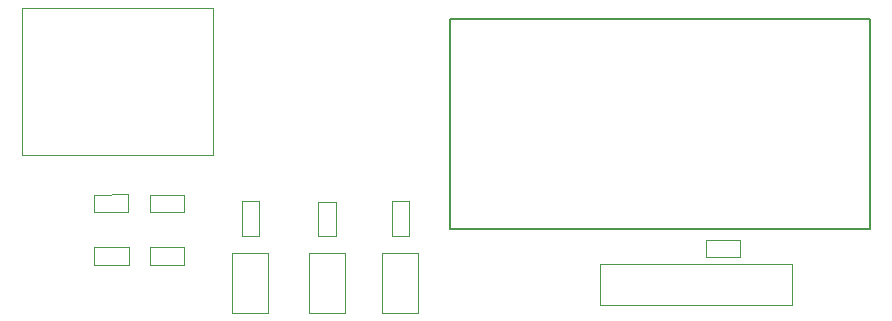
<source format=gbr>
G04 #@! TF.FileFunction,Other,User*
%FSLAX46Y46*%
G04 Gerber Fmt 4.6, Leading zero omitted, Abs format (unit mm)*
G04 Created by KiCad (PCBNEW 4.0.1-3.201512221402+6198~38~ubuntu14.04.1-stable) date Sat 13 Aug 2016 05:43:18 PM PDT*
%MOMM*%
G01*
G04 APERTURE LIST*
%ADD10C,0.100000*%
%ADD11C,0.152400*%
%ADD12C,0.050000*%
G04 APERTURE END LIST*
D10*
D11*
X134620000Y-104775000D02*
X134620000Y-122555000D01*
X170180000Y-104775000D02*
X134620000Y-104775000D01*
X170180000Y-122555000D02*
X170180000Y-104775000D01*
X134620000Y-122555000D02*
X170180000Y-122555000D01*
D12*
X163548000Y-125504000D02*
X147348000Y-125504000D01*
X163548000Y-129004000D02*
X147348000Y-129004000D01*
X163548000Y-125504000D02*
X163548000Y-129004000D01*
X147348000Y-125504000D02*
X147348000Y-129004000D01*
X104527666Y-125578528D02*
X107427666Y-125578528D01*
X104527666Y-124078528D02*
X104527666Y-125578528D01*
X107427666Y-124078528D02*
X107427666Y-125578528D01*
X104527666Y-124078528D02*
X107427666Y-124066528D01*
X104468000Y-121133528D02*
X107368000Y-121133528D01*
X104468000Y-119633528D02*
X104468000Y-121133528D01*
X107368000Y-119633528D02*
X107368000Y-121133528D01*
X104468000Y-119633528D02*
X107368000Y-119621528D01*
X156272000Y-124956000D02*
X159172000Y-124956000D01*
X156272000Y-123456000D02*
X156272000Y-124956000D01*
X159172000Y-123456000D02*
X159172000Y-124956000D01*
X156272000Y-123456000D02*
X159172000Y-123456000D01*
X112102666Y-124078528D02*
X109202666Y-124078528D01*
X112102666Y-125578528D02*
X112102666Y-124078528D01*
X109202666Y-125578528D02*
X109202666Y-124078528D01*
X112102666Y-125578528D02*
X109202666Y-125578528D01*
X129679000Y-120204000D02*
X129679000Y-123104000D01*
X131179000Y-120204000D02*
X129679000Y-120204000D01*
X131179000Y-123104000D02*
X129679000Y-123104000D01*
X131179000Y-120204000D02*
X131179000Y-123104000D01*
X123456000Y-120228000D02*
X123456000Y-123128000D01*
X124956000Y-120228000D02*
X123456000Y-120228000D01*
X124956000Y-123128000D02*
X123456000Y-123128000D01*
X124956000Y-120228000D02*
X124956000Y-123128000D01*
X116979000Y-120204000D02*
X116979000Y-123104000D01*
X118479000Y-120204000D02*
X116979000Y-120204000D01*
X118479000Y-123104000D02*
X116979000Y-123104000D01*
X118479000Y-120204000D02*
X118479000Y-123104000D01*
X112102666Y-119633528D02*
X109202666Y-119633528D01*
X112102666Y-121133528D02*
X112102666Y-119633528D01*
X109202666Y-121133528D02*
X109202666Y-119633528D01*
X112102666Y-121133528D02*
X109202666Y-121133528D01*
X128905000Y-129667000D02*
X131953000Y-129667000D01*
X128905000Y-124587000D02*
X128905000Y-129667000D01*
X131953000Y-124587000D02*
X128905000Y-124587000D01*
X131953000Y-129667000D02*
X131953000Y-124587000D01*
X122682000Y-129667000D02*
X125730000Y-129667000D01*
X122682000Y-124587000D02*
X122682000Y-129667000D01*
X125730000Y-124587000D02*
X122682000Y-124587000D01*
X125730000Y-129667000D02*
X125730000Y-124587000D01*
X116205000Y-129667000D02*
X119253000Y-129667000D01*
X116205000Y-124587000D02*
X116205000Y-129667000D01*
X119253000Y-124587000D02*
X116205000Y-124587000D01*
X119253000Y-129667000D02*
X119253000Y-124587000D01*
X98353500Y-103798500D02*
X98353500Y-116298500D01*
X114603500Y-103798500D02*
X98353500Y-103798500D01*
X114603500Y-116298500D02*
X98353500Y-116298500D01*
X114603500Y-103798500D02*
X114603500Y-116298500D01*
M02*

</source>
